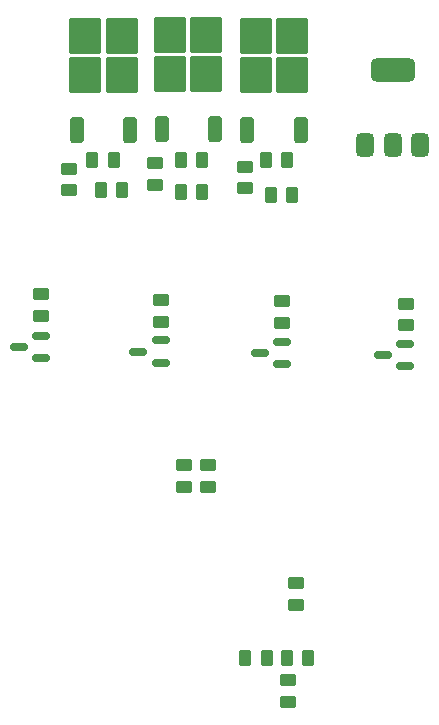
<source format=gbr>
%TF.GenerationSoftware,KiCad,Pcbnew,8.0.5*%
%TF.CreationDate,2024-10-28T11:16:19+03:00*%
%TF.ProjectId,IoTmanager,496f546d-616e-4616-9765-722e6b696361,rev?*%
%TF.SameCoordinates,Original*%
%TF.FileFunction,Paste,Bot*%
%TF.FilePolarity,Positive*%
%FSLAX46Y46*%
G04 Gerber Fmt 4.6, Leading zero omitted, Abs format (unit mm)*
G04 Created by KiCad (PCBNEW 8.0.5) date 2024-10-28 11:16:19*
%MOMM*%
%LPD*%
G01*
G04 APERTURE LIST*
G04 Aperture macros list*
%AMRoundRect*
0 Rectangle with rounded corners*
0 $1 Rounding radius*
0 $2 $3 $4 $5 $6 $7 $8 $9 X,Y pos of 4 corners*
0 Add a 4 corners polygon primitive as box body*
4,1,4,$2,$3,$4,$5,$6,$7,$8,$9,$2,$3,0*
0 Add four circle primitives for the rounded corners*
1,1,$1+$1,$2,$3*
1,1,$1+$1,$4,$5*
1,1,$1+$1,$6,$7*
1,1,$1+$1,$8,$9*
0 Add four rect primitives between the rounded corners*
20,1,$1+$1,$2,$3,$4,$5,0*
20,1,$1+$1,$4,$5,$6,$7,0*
20,1,$1+$1,$6,$7,$8,$9,0*
20,1,$1+$1,$8,$9,$2,$3,0*%
G04 Aperture macros list end*
%ADD10RoundRect,0.250000X0.450000X-0.262500X0.450000X0.262500X-0.450000X0.262500X-0.450000X-0.262500X0*%
%ADD11RoundRect,0.250000X0.350000X-0.850000X0.350000X0.850000X-0.350000X0.850000X-0.350000X-0.850000X0*%
%ADD12RoundRect,0.250000X1.125000X-1.275000X1.125000X1.275000X-1.125000X1.275000X-1.125000X-1.275000X0*%
%ADD13RoundRect,0.150000X0.587500X0.150000X-0.587500X0.150000X-0.587500X-0.150000X0.587500X-0.150000X0*%
%ADD14RoundRect,0.250000X-0.262500X-0.450000X0.262500X-0.450000X0.262500X0.450000X-0.262500X0.450000X0*%
%ADD15RoundRect,0.250000X-0.450000X0.262500X-0.450000X-0.262500X0.450000X-0.262500X0.450000X0.262500X0*%
%ADD16RoundRect,0.375000X0.375000X-0.625000X0.375000X0.625000X-0.375000X0.625000X-0.375000X-0.625000X0*%
%ADD17RoundRect,0.500000X1.400000X-0.500000X1.400000X0.500000X-1.400000X0.500000X-1.400000X-0.500000X0*%
%ADD18RoundRect,0.250000X0.262500X0.450000X-0.262500X0.450000X-0.262500X-0.450000X0.262500X-0.450000X0*%
G04 APERTURE END LIST*
D10*
%TO.C,R14*%
X80900000Y-89000000D03*
X80900000Y-87175000D03*
%TD*%
D11*
%TO.C,IRLR2*%
X102845000Y-73275000D03*
D12*
X99040000Y-68650000D03*
X102090000Y-68650000D03*
X99040000Y-65300000D03*
X102090000Y-65300000D03*
D11*
X98285000Y-73275000D03*
%TD*%
%TO.C,IRLR3*%
X88445000Y-73275000D03*
D12*
X84640000Y-68650000D03*
X87690000Y-68650000D03*
X84640000Y-65300000D03*
X87690000Y-65300000D03*
D11*
X83885000Y-73275000D03*
%TD*%
D10*
%TO.C,R17*%
X91000000Y-89500000D03*
X91000000Y-87675000D03*
%TD*%
%TO.C,R15*%
X111800000Y-89825000D03*
X111800000Y-88000000D03*
%TD*%
D13*
%TO.C,Q4*%
X80900000Y-90700000D03*
X80900000Y-92600000D03*
X79025000Y-91650000D03*
%TD*%
D14*
%TO.C,R5*%
X92715000Y-78500000D03*
X94540000Y-78500000D03*
%TD*%
D15*
%TO.C,R10*%
X101760000Y-119855000D03*
X101760000Y-121680000D03*
%TD*%
%TO.C,jumper-d1*%
X93000000Y-101675000D03*
X93000000Y-103500000D03*
%TD*%
D14*
%TO.C,R11*%
X101675000Y-118000000D03*
X103500000Y-118000000D03*
%TD*%
D10*
%TO.C,R13*%
X95000000Y-103500000D03*
X95000000Y-101675000D03*
%TD*%
D14*
%TO.C,R2*%
X99915000Y-75800000D03*
X101740000Y-75800000D03*
%TD*%
D11*
%TO.C,IRLR1*%
X95640000Y-73200000D03*
D12*
X91835000Y-68575000D03*
X94885000Y-68575000D03*
X91835000Y-65225000D03*
X94885000Y-65225000D03*
D11*
X91080000Y-73200000D03*
%TD*%
D13*
%TO.C,Q3*%
X111700000Y-91400000D03*
X111700000Y-93300000D03*
X109825000Y-92350000D03*
%TD*%
%TO.C,Q2*%
X101300000Y-91200000D03*
X101300000Y-93100000D03*
X99425000Y-92150000D03*
%TD*%
D16*
%TO.C,U6*%
X112940000Y-74540000D03*
X110640000Y-74540000D03*
D17*
X110640000Y-68240000D03*
D16*
X108340000Y-74540000D03*
%TD*%
D14*
%TO.C,R8*%
X85915000Y-78400000D03*
X87740000Y-78400000D03*
%TD*%
D13*
%TO.C,Q1*%
X91000000Y-91100000D03*
X91000000Y-93000000D03*
X89125000Y-92050000D03*
%TD*%
D14*
%TO.C,R6*%
X92687500Y-75800000D03*
X94512500Y-75800000D03*
%TD*%
D18*
%TO.C,Jumper-d5*%
X102140000Y-78800000D03*
X100315000Y-78800000D03*
%TD*%
D14*
%TO.C,R12*%
X98175000Y-118000000D03*
X100000000Y-118000000D03*
%TD*%
D10*
%TO.C,R1*%
X98140000Y-78225000D03*
X98140000Y-76400000D03*
%TD*%
%TO.C,Jumper-d6*%
X90540000Y-77900000D03*
X90540000Y-76075000D03*
%TD*%
%TO.C,R18*%
X101300000Y-89600000D03*
X101300000Y-87775000D03*
%TD*%
D14*
%TO.C,R9*%
X85215000Y-75800000D03*
X87040000Y-75800000D03*
%TD*%
D10*
%TO.C,Jumper-d7*%
X83240000Y-78400000D03*
X83240000Y-76575000D03*
%TD*%
%TO.C,R16*%
X102500000Y-113500000D03*
X102500000Y-111675000D03*
%TD*%
M02*

</source>
